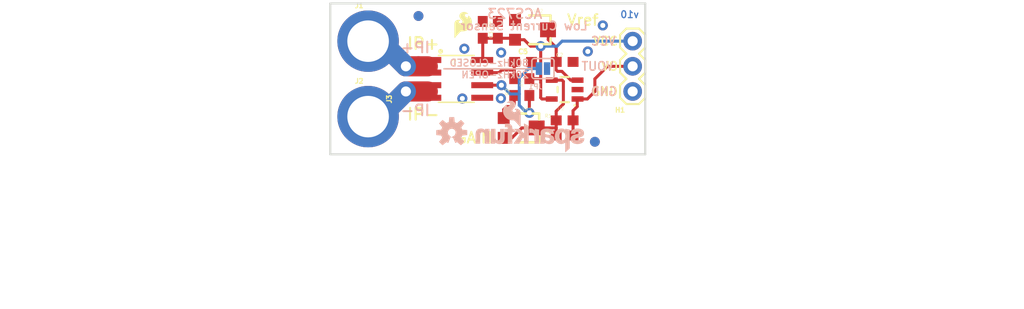
<source format=kicad_pcb>
(kicad_pcb (version 20211014) (generator pcbnew)
  (layers (0 "F.Cu" signal) (31 "B.Cu" signal) (34 "B.Paste" user) (35 "F.Paste" user) (36 "B.SilkS" user "B.Silkscreen") (37 "F.SilkS" user "F.Silkscreen") (38 "B.Mask" user) (39 "F.Mask" user) (44 "Edge.Cuts" user))
  (net 0 "")
  (net 1 "IP+")
  (net 2 "IP-")
  (net 3 "VIOUT")
  (net 4 "N$4")
  (net 5 "N$5")
  (net 6 "5V")
  (net 7 "VO")
  (net 8 "GND")
  (net 9 "N$6")
  (net 10 "BW_SEL")
  (footprint "boardEagle:SOT23-5" (layer "F.Cu") (at 156.2481 106.0831 90)
    (fp_text reference "U2" (at -1.905 0) (layer "F.SilkS") (effects (font (size 0.356616 0.356616) (thickness 0.024384)) (justify right)))
    (fp_text value "OPA344")
    (fp_line (start -0.2684 -0.7088) (end 0.2684 -0.7088) (layer "F.SilkS") (width 0.2032))
    (fp_line (start 1.27 -0.4294) (end 1.27 0.4294) (layer "F.SilkS") (width 0.2032))
    (fp_line (start -1.27 0.4294) (end -1.27 -0.4294) (layer "F.SilkS") (width 0.2032))
    (fp_circle (center -1.6002 1.016) (end -1.5367 1.016) (layer "F.SilkS") (width 0.127) (fill solid))
    (pad "1" smd rect (at -0.95 1.3001 90) (size 0.55 1.2) (layers "F.Cu" "F.Paste" "F.Mask") (net 7 "VO"))
    (pad "2" smd rect (at 0 1.3001 90) (size 0.55 1.2) (layers "F.Cu" "F.Paste" "F.Mask") (net 8 "GND"))
    (pad "3" smd rect (at 0.95 1.3001 90) (size 0.55 1.2) (layers "F.Cu" "F.Paste" "F.Mask") (net 9 "N$6"))
    (pad "4" smd rect (at 0.95 -1.3001 90) (size 0.55 1.2) (layers "F.Cu" "F.Paste" "F.Mask") (net 5 "N$5"))
    (pad "5" smd rect (at -0.95 -1.3001 90) (size 0.55 1.2) (layers "F.Cu" "F.Paste" "F.Mask") (net 6 "5V"))
  )
  (footprint "boardEagle:SFE_LOGO_FLAME_.1" (layer "F.Cu") (at 144.8562 101.1682)
    (fp_text reference "LOGO3" hide)
    (fp_text value "SFE_LOGO_FLAME.1_INCH" hide)
    (fp_poly (pts (xy 1.412844 -2.906175) (xy 1.560112 -2.832541) (xy 1.605026 -2.798855) (xy 1.681982 -2.7219) (xy 1.571006 -2.7219) (xy 1.551005 -2.7319) (xy 1.504689 -2.7319) (xy 1.468361 -2.722818) (xy 1.422477 -2.713641) (xy 1.39011 -2.697457) (xy 1.358081 -2.673436) (xy 1.343019 -2.650843) (xy 1.335288 -2.635381) (xy 1.3281 -2.613817) (xy 1.3281 -2.564689) (xy 1.335361 -2.535643) (xy 1.369607 -2.484275) (xy 1.425028 -2.428854) (xy 1.462016 -2.401113) (xy 1.489157 -2.383019) (xy 1.523301 -2.365947) (xy 1.594689 -2.3481) (xy 1.613817 -2.3481) (xy 1.629419 -2.353301) (xy 1.648687 -2.372569) (xy 1.654712 -2.384619) (xy 1.6619 -2.406183) (xy 1.6619 -2.558742) (xy 1.804838 -2.469406) (xy 1.890505 -2.373031) (xy 1.964662 -2.256498) (xy 2.016968 -2.099579) (xy 2.048309 -1.932428) (xy 2.037811 -1.753974) (xy 1.985628 -1.555678) (xy 1.881878 -1.368928) (xy 1.808618 -1.274737) (xy 1.726044 -1.192162) (xy 1.642524 -1.119083) (xy 1.536984 -1.055759) (xy 1.432127 -1.013816) (xy 1.318165 -0.982735) (xy 1.193153 -0.9619) (xy 1.003156 -0.9619) (xy 0.953397 -0.953607) (xy 0.863627 -0.899745) (xy 0.767974 -0.804092) (xy 0.647975 -0.664094) (xy 0.528159 -0.544277) (xy 0.478163 -0.484281) (xy 0.430255 -0.436373) (xy 0.400257 -0.386376) (xy 0.2819 -0.268018) (xy 0.2819 -1.732372) (xy 0.292559 -1.817641) (xy 0.314746 -1.895296) (xy 0.380852 -2.005474) (xy 0.436664 -2.050123) (xy 0.481171 -2.083503) (xy 0.539098 -2.106674) (xy 0.59313 -2.117481) (xy 0.656847 -2.1281) (xy 0.788994 -2.1281) (xy 0.884319 -2.080438) (xy 0.832569 -2.028687) (xy 0.784617 -2.004711) (xy 0.760581 -1.996699) (xy 0.713301 -1.949419) (xy 0.7081 -1.933817) (xy 0.7081 -1.906183) (xy 0.714532 -1.886888) (xy 0.729607 -1.864275) (xy 0.781412 -1.81247) (xy 0.820903 -1.796674) (xy 0.863772 -1.7881) (xy 0.935311 -1.7881) (xy 1.004357 -1.805361) (xy 1.053944 -1.83842) (xy 1.086004 -1.878495) (xy 1.1019 -1.926183) (xy 1.1019 -1.983091) (xy 1.077224 -2.048894) (xy 1.012268 -2.113851) (xy 0.931425 -2.204799) (xy 0.858661 -2.287958) (xy 0.804008 -2.386334) (xy 0.7819 -2.485818) (xy 0.7819 -2.576183) (xy 0.815289 -2.676349) (xy 0.871274 -2.765925) (xy 0.969046 -2.84197) (xy 1.087145 -2.906387) (xy 1.206565 -2.9281) (xy 1.314182 -2.9281)) (layer "F.SilkS") (width 0) (fill solid))
  )
  (footprint "boardEagle:0603" (layer "F.Cu") (at 147.9931 100.0506 -90)
    (fp_text reference "C4" (at -0.889 -0.6985 90) (layer "F.SilkS") (effects (font (size 0.367386 0.367386) (thickness 0.039014)) (justify right)))
    (fp_text value "0.1uF")
    (pad "1" smd rect (at -0.85 0 270) (size 1.1 1) (layers "F.Cu" "F.Paste" "F.Mask") (net 8 "GND"))
    (pad "2" smd rect (at 0.85 0 270) (size 1.1 1) (layers "F.Cu" "F.Paste" "F.Mask") (net 6 "5V"))
  )
  (footprint "boardEagle:FIDUCIAL-1X2" (layer "F.Cu") (at 141.5161 98.6536)
    (fp_text reference "FD1" hide)
    (fp_text value "FIDUCIAL1X2" hide)
    (pad "1" smd roundrect (at 0 0) (size 1 1) (layers "F.Cu" "F.Mask") (roundrect_rratio 0.5))
  )
  (footprint "boardEagle:1X03" (layer "F.Cu") (at 163.1061 101.1936 -90)
    (fp_text reference "JP3" hide)
    (fp_text value "")
    (fp_line (start 3.81 -0.635) (end 4.445 -1.27) (layer "F.SilkS") (width 0.2032))
    (fp_line (start -0.635 -1.27) (end -1.27 -0.635) (layer "F.SilkS") (width 0.2032))
    (fp_line (start 3.175 -1.27) (end 3.81 -0.635) (layer "F.SilkS") (width 0.2032))
    (fp_line (start 5.715 1.27) (end 4.445 1.27) (layer "F.SilkS") (width 0.2032))
    (fp_line (start 4.445 1.27) (end 3.81 0.635) (layer "F.SilkS") (width 0.2032))
    (fp_line (start -1.27 -0.635) (end -1.27 0.635) (layer "F.SilkS") (width 0.2032))
    (fp_line (start 5.715 -1.27) (end 6.35 -0.635) (layer "F.SilkS") (width 0.2032))
    (fp_line (start 6.35 -0.635) (end 6.35 0.635) (layer "F.SilkS") (width 0.2032))
    (fp_line (start -0.635 -1.27) (end 0.635 -1.27) (layer "F.SilkS") (width 0.2032))
    (fp_line (start 0.635 1.27) (end -0.635 1.27) (layer "F.SilkS") (width 0.2032))
    (fp_line (start 6.35 0.635) (end 5.715 1.27) (layer "F.SilkS") (width 0.2032))
    (fp_line (start 0.635 -1.27) (end 1.27 -0.635) (layer "F.SilkS") (width 0.2032))
    (fp_line (start 1.905 -1.27) (end 3.175 -1.27) (layer "F.SilkS") (width 0.2032))
    (fp_line (start -1.27 0.635) (end -0.635 1.27) (layer "F.SilkS") (width 0.2032))
    (fp_line (start 4.445 -1.27) (end 5.715 -1.27) (layer "F.SilkS") (width 0.2032))
    (fp_line (start 3.175 1.27) (end 1.905 1.27) (layer "F.SilkS") (width 0.2032))
    (fp_line (start 1.27 -0.635) (end 1.905 -1.27) (layer "F.SilkS") (width 0.2032))
    (fp_line (start 1.905 1.27) (end 1.27 0.635) (layer "F.SilkS") (width 0.2032))
    (fp_line (start 3.81 0.635) (end 3.175 1.27) (layer "F.SilkS") (width 0.2032))
    (fp_line (start 1.27 0.635) (end 0.635 1.27) (layer "F.SilkS") (width 0.2032))
    (pad "1" thru_hole circle (at 0 0) (size 1.8796 1.8796) (drill 1.016) (layers *.Cu *.Mask) (net 6 "5V"))
    (pad "2" thru_hole circle (at 2.54 0) (size 1.8796 1.8796) (drill 1.016) (layers *.Cu *.Mask) (net 7 "VO"))
    (pad "3" thru_hole circle (at 5.08 0) (size 1.8796 1.8796) (drill 1.016) (layers *.Cu *.Mask) (net 8 "GND"))
  )
  (footprint "boardEagle:SMTSO-256-ET-0.165DIA" (layer "F.Cu") (at 136.4361 101.1936)
    (fp_text reference "J1" (at -1.397 -3.302) (layer "F.SilkS") (effects (font (size 0.48768 0.48768) (thickness 0.12192)) (justify left bottom)))
    (fp_text value "")
    (pad "P$1" thru_hole circle (at 0 0) (size 6.1976 6.1976) (drill 4.191) (layers *.Cu *.Mask) (net 1 "IP+"))
  )
  (footprint "boardEagle:TRIMPOT-SMD-TC33X" (layer "F.Cu") (at 151.9301 109.9566 -90)
    (fp_text reference "VR1" (at -1.905 0) (layer "F.SilkS") (effects (font (size 0.356616 0.356616) (thickness 0.024384)) (justify left)))
    (fp_text value "10k")
    (fp_line (start -1.45 -1.75) (end -0.85 -1.75) (layer "F.SilkS") (width 0.254))
    (fp_line (start -1.45 0.4) (end -1.45 -1.75) (layer "F.SilkS") (width 0.254))
    (fp_line (start 1.45 -1.75) (end 0.85 -1.75) (layer "F.SilkS") (width 0.254))
    (fp_line (start 1.45 0.4) (end 1.45 -1.75) (layer "F.SilkS") (width 0.254))
    (pad "1" smd rect (at -1 1.825 270) (size 1.2 1.2) (layers "F.Cu" "F.Paste" "F.Mask") (net 4 "N$4"))
    (pad "2" smd rect (at 0 -1.5 270) (size 1.5 1.6) (layers "F.Cu" "F.Paste" "F.Mask") (net 5 "N$5"))
    (pad "3" smd rect (at 1 1.825 270) (size 1.2 1.2) (layers "F.Cu" "F.Paste" "F.Mask") (net 5 "N$5"))
  )
  (footprint "boardEagle:0603" (layer "F.Cu") (at 152.6921 105.8291 90)
    (fp_text reference "R5" (at 0 -0.762 90) (layer "F.SilkS") (effects (font (size 0.356616 0.356616) (thickness 0.024384)) (justify left)))
    (fp_text value "4.7k")
    (pad "1" smd rect (at -0.85 0 90) (size 1.1 1) (layers "F.Cu" "F.Paste" "F.Mask") (net 10 "BW_SEL"))
    (pad "2" smd rect (at 0.85 0 90) (size 1.1 1) (layers "F.Cu" "F.Paste" "F.Mask") (net 6 "5V"))
  )
  (footprint "boardEagle:0603" (layer "F.Cu") (at 152.0571 103.2891)
    (fp_text reference "C5" (at 0 -0.762) (layer "F.SilkS") (effects (font (size 0.48768 0.48768) (thickness 0.12192)) (justify bottom)))
    (fp_text value "1nF")
    (pad "1" smd rect (at -0.85 0) (size 1.1 1) (layers "F.Cu" "F.Paste" "F.Mask") (net 3 "VIOUT"))
    (pad "2" smd rect (at 0.85 0) (size 1.1 1) (layers "F.Cu" "F.Paste" "F.Mask") (net 8 "GND"))
  )
  (footprint "boardEagle:0603" (layer "F.Cu") (at 156.2481 110.7186 180)
    (fp_text reference "C1" (at 1.143 0.4445) (layer "F.SilkS") (effects (font (size 0.367386 0.367386) (thickness 0.039014)) (justify right)))
    (fp_text value "100pF")
    (pad "1" smd rect (at -0.85 0 180) (size 1.1 1) (layers "F.Cu" "F.Paste" "F.Mask") (net 7 "VO"))
    (pad "2" smd rect (at 0.85 0 180) (size 1.1 1) (layers "F.Cu" "F.Paste" "F.Mask") (net 5 "N$5"))
  )
  (footprint "boardEagle:SO08" (layer "F.Cu") (at 145.3261 105.0036 -90)
    (fp_text reference "U1" (at -1.27 0 -90) (layer "F.SilkS") (effects (font (size 0.373888 0.373888) (thickness 0.032512)) (justify left bottom)))
    (fp_text value "ACS723")
    (fp_line (start -2.362 -1.803) (end -2.362 1.803) (layer "F.SilkS") (width 0.1524))
    (fp_line (start 2.362 1.803) (end 2.362 -1.803) (layer "F.SilkS") (width 0.1524))
    (fp_circle (center -2.7813 1.5748) (end -2.6377 1.5748) (layer "F.SilkS") (width 0.2032) (fill none))
    (pad "1" smd rect (at -1.905 2.6162 270) (size 0.6096 2.2098) (layers "F.Cu" "F.Paste" "F.Mask") (net 1 "IP+"))
    (pad "2" smd rect (at -0.635 2.6162 270) (size 0.6096 2.2098) (layers "F.Cu" "F.Paste" "F.Mask") (net 1 "IP+"))
    (pad "3" smd rect (at 0.635 2.6162 270) (size 0.6096 2.2098) (layers "F.Cu" "F.Paste" "F.Mask") (net 2 "IP-"))
    (pad "4" smd rect (at 1.905 2.6162 270) (size 0.6096 2.2098) (layers "F.Cu" "F.Paste" "F.Mask") (net 2 "IP-"))
    (pad "5" smd rect (at 1.905 -2.6162 270) (size 0.6096 2.2098) (layers "F.Cu" "F.Paste" "F.Mask") (net 8 "GND"))
    (pad "6" smd rect (at 0.635 -2.6162 270) (size 0.6096 2.2098) (layers "F.Cu" "F.Paste" "F.Mask") (net 10 "BW_SEL"))
    (pad "7" smd rect (at -0.635 -2.6162 270) (size 0.6096 2.2098) (layers "F.Cu" "F.Paste" "F.Mask") (net 3 "VIOUT"))
    (pad "8" smd rect (at -1.905 -2.6162 270) (size 0.6096 2.2098) (layers "F.Cu" "F.Paste" "F.Mask") (net 6 "5V"))
  )
  (footprint "boardEagle:TRIMPOT-SMD-TC33X" (layer "F.Cu") (at 153.0731 100.0506 -90)
    (fp_text reference "VR2" (at -1.905 0) (layer "F.SilkS") (effects (font (size 0.356616 0.356616) (thickness 0.024384)) (justify left)))
    (fp_text value "10k")
    (fp_line (start 1.45 0.4) (end 1.45 -1.75) (layer "F.SilkS") (width 0.254))
    (fp_line (start -1.45 -1.75) (end -0.85 -1.75) (layer "F.SilkS") (width 0.254))
    (fp_line (start -1.45 0.4) (end -1.45 -1.75) (layer "F.SilkS") (width 0.254))
    (fp_line (start 1.45 -1.75) (end 0.85 -1.75) (layer "F.SilkS") (width 0.254))
    (pad "1" smd rect (at -1 1.825 270) (size 1.2 1.2) (layers "F.Cu" "F.Paste" "F.Mask") (net 8 "GND"))
    (pad "2" smd rect (at 0 -1.5 270) (size 1.5 1.6) (layers "F.Cu" "F.Paste" "F.Mask") (net 9 "N$6"))
    (pad "3" smd rect (at 1 1.825 270) (size 1.2 1.2) (layers "F.Cu" "F.Paste" "F.Mask") (net 6 "5V"))
  )
  (footprint "boardEagle:STAND-OFF-TIGHT" (layer "F.Cu") (at 161.8361 110.0836)
    (fp_text reference "H1" (at 0 -1.651) (layer "F.SilkS") (effects (font (size 0.48768 0.48768) (thickness 0.12192)) (justify bottom)))
    (fp_text value "STAND-OFFTIGHT")
    (pad "" np_thru_hole circle (at 0 0) (size 3.048 3.048) (drill 3.048) (layers *.Cu *.Mask))
  )
  (footprint "boardEagle:0603" (layer "F.Cu") (at 156.2481 103.2891)
    (fp_text reference "C2" (at -0.889 -0.6985) (layer "F.SilkS") (effects (font (size 0.367386 0.367386) (thickness 0.039014)) (justify left)))
    (fp_text value "0.1uF")
    (pad "1" smd rect (at -0.85 0) (size 1.1 1) (layers "F.Cu" "F.Paste" "F.Mask") (net 9 "N$6"))
    (pad "2" smd rect (at 0.85 0) (size 1.1 1) (layers "F.Cu" "F.Paste" "F.Mask") (net 8 "GND"))
  )
  (footprint "boardEagle:0603" (layer "F.Cu") (at 151.1681 105.8291 90)
    (fp_text reference "R2" (at -0.889 -0.6985 90) (layer "F.SilkS") (effects (font (size 0.367386 0.367386) (thickness 0.039014)) (justify left)))
    (fp_text value "1k")
    (pad "1" smd rect (at -0.85 0 90) (size 1.1 1) (layers "F.Cu" "F.Paste" "F.Mask") (net 4 "N$4"))
    (pad "2" smd rect (at 0.85 0 90) (size 1.1 1) (layers "F.Cu" "F.Paste" "F.Mask") (net 3 "VIOUT"))
  )
  (footprint "boardEagle:FIDUCIAL-1X2" (layer "F.Cu") (at 159.2961 111.3536)
    (fp_text reference "FD3" hide)
    (fp_text value "FIDUCIAL1X2" hide)
    (pad "1" smd roundrect (at 0 0) (size 1 1) (layers "F.Cu" "F.Mask") (roundrect_rratio 0.5))
  )
  (footprint "boardEagle:0603" (layer "F.Cu") (at 149.5171 100.0506 90)
    (fp_text reference "C3" (at -0.889 -0.6985 90) (layer "F.SilkS") (effects (font (size 0.367386 0.367386) (thickness 0.039014)) (justify left)))
    (fp_text value "0.1uF")
    (pad "1" smd rect (at -0.85 0 90) (size 1.1 1) (layers "F.Cu" "F.Paste" "F.Mask") (net 6 "5V"))
    (pad "2" smd rect (at 0.85 0 90) (size 1.1 1) (layers "F.Cu" "F.Paste" "F.Mask") (net 8 "GND"))
  )
  (footprint "boardEagle:SMTSO-256-ET-0.165DIA" (layer "F.Cu") (at 136.4361 108.8136)
    (fp_text reference "J2" (at -1.397 -3.302) (layer "F.SilkS") (effects (font (size 0.48768 0.48768) (thickness 0.12192)) (justify left bottom)))
    (fp_text value "")
    (pad "P$1" thru_hole circle (at 0 0) (size 6.1976 6.1976) (drill 4.191) (layers *.Cu *.Mask) (net 2 "IP-"))
  )
  (footprint "boardEagle:1X02_NO_SILK" (layer "F.Cu") (at 140.2461 106.2736 90)
    (fp_text reference "J3" (at -1.27 -1.397 90) (layer "F.SilkS") (effects (font (size 0.48768 0.48768) (thickness 0.12192)) (justify left bottom)))
    (fp_text value "")
    (pad "1" thru_hole circle (at 0 0 180) (size 1.8796 1.8796) (drill 1.016) (layers *.Cu *.Mask) (net 2 "IP-"))
    (pad "2" thru_hole circle (at 2.54 0 180) (size 1.8796 1.8796) (drill 1.016) (layers *.Cu *.Mask) (net 1 "IP+"))
  )
  (footprint "boardEagle:0603" (layer "F.Cu") (at 156.2481 109.1946 180)
    (fp_text reference "R1" (at 1.27 0.4445) (layer "F.SilkS") (effects (font (size 0.367386 0.367386) (thickness 0.039014)) (justify right)))
    (fp_text value "22k")
    (pad "1" smd rect (at -0.85 0 180) (size 1.1 1) (layers "F.Cu" "F.Paste" "F.Mask") (net 7 "VO"))
    (pad "2" smd rect (at 0.85 0 180) (size 1.1 1) (layers "F.Cu" "F.Paste" "F.Mask") (net 5 "N$5"))
  )
  (footprint "boardEagle:CREATIVE_COMMONS" (layer "F.Cu") (at 119.649644 125.3236)
    (fp_text reference "FRAME1" hide)
    (fp_text value "FRAME-LETTER" hide)
  )
  (footprint "boardEagle:SFE_LOGO_NAME_FLAME_.1" (layer "B.Cu") (at 158.6357 112.4458 180)
    (fp_text reference "LOGO1" hide)
    (fp_text value "SFE_LOGO_NAME_FLAME.1_INCH" hide)
    (fp_poly (pts (xy 10.956431 2.417738) (xy 11.074473 2.385544) (xy 11.173168 2.330714) (xy 11.250009 2.253873) (xy 11.305022 2.165852) (xy 11.337105 2.058909) (xy 11.357837 1.944882) (xy 11.3681 1.811463) (xy 11.3681 0.9019) (xy 10.9019 0.9019) (xy 10.9019 1.737626) (xy 10.892233 1.814962) (xy 10.882349 1.88415) (xy 10.873607 1.936603) (xy 10.848344 1.978708) (xy 10.823997 2.011171) (xy 10.786058 2.033934) (xy 10.743148 2.042516) (xy 10.689214 2.051505) (xy 10.615502 2.042291) (xy 10.563397 2.033607) (xy 10.525475 2.010854) (xy 10.491349 1.968197) (xy 10.464001 1.922616) (xy 10.437244 1.860183) (xy 10.4281 1.77789) (xy 10.4281 0.9019) (xy 9.9619 0.9019) (xy 9.9619 2.3981) (xy 10.4081 2.3981) (xy 10.4081 2.261981) (xy 10.434551 2.288433) (xy 10.48749 2.330784) (xy 10.553111 2.374531) (xy 10.617952 2.396145) (xy 10.680788 2.41709) (xy 10.746847 2.4281) (xy 10.811359 2.4281)) (layer "B.SilkS") (width 0) (fill solid))
    (fp_poly (pts (xy 4.323772 2.4181) (xy 4.383773 2.4181) (xy 4.440902 2.406674) (xy 4.490903 2.386674) (xy 4.540902 2.376674) (xy 4.598829 2.353503) (xy 4.64286 2.32048) (xy 4.68286 2.29048) (xy 4.727214 2.257214) (xy 4.762541 2.210112) (xy 4.784786 2.165621) (xy 4.806674 2.110902) (xy 4.8181 2.053773) (xy 4.8181 1.188995) (xy 4.8281 1.168994) (xy 4.8281 1.078995) (xy 4.8381 1.058994) (xy 4.8381 1.038995) (xy 4.8481 1.018994) (xy 4.8481 0.988995) (xy 4.851313 0.982569) (xy 4.8681 0.965782) (xy 4.8681 0.9019) (xy 4.4019 0.9019) (xy 4.4019 0.934218) (xy 4.3919 0.944218) (xy 4.3919 0.954218) (xy 4.3819 0.964218) (xy 4.3819 0.994218) (xy 4.38 0.996118) (xy 4.364273 0.980392) (xy 4.326889 0.955469) (xy 4.296888 0.945468) (xy 4.266889 0.925469) (xy 4.232048 0.913855) (xy 4.136183 0.8819) (xy 4.106183 0.8819) (xy 4.076183 0.8719) (xy 4.036183 0.8719) (xy 4.006183 0.8619) (xy 3.886227 0.8619) (xy 3.836228 0.8719) (xy 3.78531 0.8719) (xy 3.738251 0.883665) (xy 3.684379 0.905214) (xy 3.64084 0.926983) (xy 3.610843 0.946981) (xy 3.567431 0.968687) (xy 3.530392 1.005727) (xy 3.508887 1.037984) (xy 3.478885 1.077986) (xy 3.454118 1.115137) (xy 3.443641 1.167523) (xy 3.4219 1.211006) (xy 3.4219 1.266228) (xy 3.411214 1.31966) (xy 3.432999 1.43948) (xy 3.465048 1.535627) (xy 3.510194 1.614633) (xy 3.587954 1.681284) (xy 3.663755 1.724599) (xy 3.748654 1.756436) (xy 3.833246 1.777584) (xy 3.955105 1.791124) (xy 4.059753 1.516423) (xy 3.994619 1.494712) (xy 3.982569 1.488687) (xy 3.972569 1.478687) (xy 3.932569 1.458687) (xy 3.922569 1.448687) (xy 3.908398 1.441602) (xy 3.8881 1.401005) (xy 3.8881 1.381006) (xy 3.8781 1.361005) (xy 3.8781 1.326183) (xy 3.8881 1.296183) (xy 3.8881 1.278995) (xy 3.891313 1.272569) (xy 3.901313 1.262569) (xy 3.908398 1.248398) (xy 3.922569 1.241313) (xy 3.932569 1.231313) (xy 3.958995 1.2181) (xy 3.978994 1.2181) (xy 3.998995 1.2081) (xy 4.018994 1.2081) (xy 4.038995 1.1981) (xy 4.076228 1.1981) (xy 4.126227 1.2081) (xy 4.171005 1.2081) (xy 4.206702 1.225948) (xy 4.244357 1.235361) (xy 4.265725 1.249607) (xy 4.280393 1.264275) (xy 4.300392 1.294273) (xy 4.316699 1.310581) (xy 4.323855 1.332048) (xy 4.334711 1.364617) (xy 4.344712 1.384619) (xy 4.3519 1.406183) (xy 4.3519 1.568353) (xy 4.347039 1.565922) (xy 4.318994 1.5519) (xy 4.298995 1.5519) (xy 4.278994 1.5419) (xy 4.200252 1.5419) (xy 4.1341 1.80651) (xy 4.238735 1.836406) (xy 4.293987 1.854823) (xy 4.333997 1.878829) (xy 4.3519 1.9027) (xy 4.3519 1.991005) (xy 4.328687 2.037431) (xy 4.318687 2.047431) (xy 4.311602 2.061602) (xy 4.271005 2.0819) (xy 4.251006 2.0819) (xy 4.231005 2.0919) (xy 4.068995 2.0919) (xy 3.982569 2.048687) (xy 3.951313 2.017431) (xy 3.945288 2.005381) (xy 3.935289 1.975383) (xy 3.9281 1.961005) (xy 3.9281 1.8819) (xy 3.455024 1.8819) (xy 3.472418 1.986264) (xy 3.48291 2.049212) (xy 3.50581 2.117914) (xy 3.538344 2.161292) (xy 3.568341 2.211288) (xy 3.602786 2.257214) (xy 3.648712 2.291659) (xy 3.700398 2.32267) (xy 3.753016 2.354241) (xy 3.809098 2.376674) (xy 3.860201 2.386895) (xy 3.920788 2.40709) (xy 3.983148 2.417484) (xy 4.036227 2.4281) (xy 4.273773 2.4281)) (layer "B.SilkS") (width 0) (fill solid))
    (fp_poly (pts (xy 5.915782 2.4181) (xy 5.9481 2.4181) (xy 5.9481 1.9819) (xy 5.891006 1.9819) (xy 5.871005 1.9919) (xy 5.771901 1.9919) (xy 5.676548 1.982365) (xy 5.604341 1.964313) (xy 5.544869 1.930329) (xy 5.501417 1.878186) (xy 5.465367 1.8151) (xy 5.446948 1.75063) (xy 5.4281 1.665817) (xy 5.4281 0.9019) (xy 4.9619 0.9019) (xy 4.9619 2.321235) (xy 5.041643 2.337183) (xy 5.08531 2.3481) (xy 5.136228 2.3481) (xy 5.181643 2.357183) (xy 5.221639 2.367182) (xy 5.272528 2.37736) (xy 5.321643 2.387183) (xy 5.4081 2.408798) (xy 5.4081 2.218614) (xy 5.420487 2.234098) (xy 5.473194 2.297347) (xy 5.528518 2.341606) (xy 5.604373 2.384952) (xy 5.668737 2.406407) (xy 5.744664 2.4281) (xy 5.905782 2.4281)) (layer "B.SilkS") (width 0) (fill solid))
    (fp_poly (pts (xy 4.274375 1.55959) (xy 4.218994 1.5319) (xy 4.196183 1.5319) (xy 4.166183 1.5219) (xy 4.126183 1.5219) (xy 4.096183 1.5119) (xy 4.058995 1.5119) (xy 4.038994 1.5019) (xy 3.983743 1.5019) (xy 3.876874 1.782432) (xy 4.015793 1.797867) (xy 4.105203 1.807801) (xy 4.208628 1.822577)) (layer "B.SilkS") (width 0) (fill solid))
    (fp_poly (pts (xy 6.4881 1.944647) (xy 6.92377 2.3981) (xy 7.493235 2.3981) (xy 6.919019 1.834719) (xy 7.530534 0.9019) (xy 6.968776 0.9019) (xy 6.592048 1.510462) (xy 6.4881 1.413444) (xy 6.4881 0.9019) (xy 6.0219 0.9019) (xy 6.0219 2.702757) (xy 6.4881 2.953788)) (layer "B.SilkS") (width 0) (fill solid))
    (fp_poly (pts (xy 8.8881 1.562374) (xy 8.907709 1.405502) (xy 8.916055 1.355427) (xy 8.966003 1.288829) (xy 9.003942 1.266066) (xy 9.046852 1.257484) (xy 9.100786 1.248495) (xy 9.174498 1.257709) (xy 9.226603 1.266393) (xy 9.266373 1.290255) (xy 9.298687 1.322569) (xy 9.325428 1.376051) (xy 9.352861 1.440061) (xy 9.3619 1.512374) (xy 9.3619 2.3981) (xy 9.8281 2.3981) (xy 9.8281 0.9019) (xy 9.3819 0.9019) (xy 9.3819 1.033885) (xy 9.357107 1.002893) (xy 9.300649 0.957727) (xy 9.235621 0.925214) (xy 9.18311 0.904209) (xy 9.118789 0.882769) (xy 9.04585 0.872349) (xy 8.9818 0.861674) (xy 8.831979 0.872376) (xy 8.714139 0.915227) (xy 8.61813 0.968565) (xy 8.540015 1.035521) (xy 8.484692 1.135102) (xy 8.452895 1.241091) (xy 8.4319 1.356565) (xy 8.4319 2.3981) (xy 8.8881 2.3981)) (layer "B.SilkS") (width 0) (fill solid))
    (fp_poly (pts (xy 7.962717 5.195922) (xy 8.04525 5.164972) (xy 8.110112 5.132541) (xy 8.155026 5.098855) (xy 8.231982 5.0219) (xy 8.103817 5.0219) (xy 8.073817 5.0319) (xy 8.054689 5.0319) (xy 8.018361 5.022818) (xy 7.972477 5.013641) (xy 7.94011 4.997458) (xy 7.908081 4.973435) (xy 7.894532 4.953112) (xy 7.885289 4.925383) (xy 7.875288 4.905381) (xy 7.870161 4.89) (xy 7.876608 4.87066) (xy 7.885362 4.835643) (xy 7.903017 4.80916) (xy 7.921313 4.772569) (xy 7.944275 4.749607) (xy 7.972014 4.731115) (xy 8.012016 4.701113) (xy 8.039157 4.683019) (xy 8.108995 4.6481) (xy 8.163817 4.6481) (xy 8.183112 4.654532) (xy 8.197989 4.66445) (xy 8.2119 4.706183) (xy 8.2119 4.841647) (xy 8.353602 4.770796) (xy 8.440998 4.672476) (xy 8.514691 4.546144) (xy 8.566893 4.39998) (xy 8.598297 4.23249) (xy 8.587813 4.043773) (xy 8.5355 3.855448) (xy 8.431878 3.668928) (xy 8.358618 3.574737) (xy 8.276044 3.492162) (xy 8.192524 3.419083) (xy 8.086984 3.355759) (xy 7.982127 3.313816) (xy 7.868165 3.282735) (xy 7.743153 3.2619) (xy 7.553156 3.2619) (xy 7.503397 3.253607) (xy 7.461803 3.228651) (xy 7.366805 3.152652) (xy 7.318163 3.094281) (xy 7.189168 2.965286) (xy 7.13917 2.895289) (xy 7.078159 2.834277) (xy 7.028163 2.774281) (xy 6.978854 2.724972) (xy 6.948855 2.684974) (xy 6.919607 2.655725) (xy 6.890391 2.6119) (xy 6.8219 2.6119) (xy 6.8219 3.93211) (xy 6.832133 4.024207) (xy 6.842579 4.118219) (xy 6.864711 4.184617) (xy 6.896577 4.248348) (xy 6.93223 4.30777) (xy 6.988708 4.341656) (xy 7.031171 4.373503) (xy 7.08585 4.395375) (xy 7.139674 4.416905) (xy 7.206847 4.4281) (xy 7.29469 4.4281) (xy 7.334689 4.4181) (xy 7.358994 4.4181) (xy 7.434319 4.380438) (xy 7.382569 4.328687) (xy 7.334617 4.304711) (xy 7.310581 4.296699) (xy 7.279607 4.265725) (xy 7.264532 4.243112) (xy 7.2581 4.223817) (xy 7.2581 4.206183) (xy 7.265288 4.184619) (xy 7.281313 4.152569) (xy 7.304275 4.129607) (xy 7.327833 4.113902) (xy 7.370903 4.096674) (xy 7.413772 4.0881) (xy 7.485311 4.0881) (xy 7.554357 4.105361) (xy 7.603944 4.13842) (xy 7.636004 4.178495) (xy 7.6519 4.226183) (xy 7.6519 4.282181) (xy 7.627357 4.339448) (xy 7.561404 4.414823) (xy 7.481425 4.504799) (xy 7.408661 4.587958) (xy 7.354008 4.686334) (xy 7.3319 4.785818) (xy 7.3319 4.876183) (xy 7.365667 4.977483) (xy 7.421486 5.055631) (xy 7.517938 5.141365) (xy 7.637145 5.206387) (xy 7.756565 5.2281) (xy 7.866183 5.2281)) (layer "B.SilkS") (width 0) (fill solid))
    (fp_poly (pts (xy 2.857823 2.417663) (xy 3.006845 2.364441) (xy 3.124841 2.289352) (xy 3.220441 2.18313) (xy 3.294903 2.066118) (xy 3.336905 1.929612) (xy 3.367832 1.785286) (xy 3.380795 1.590841) (xy 2.9119 1.602864) (xy 2.9119 1.727626) (xy 2.90275 1.800824) (xy 2.874631 1.875809) (xy 2.847172 1.93988) (xy 2.804269 1.991364) (xy 2.751775 2.02636) (xy 2.690183 2.052756) (xy 2.610264 2.061636) (xy 2.539176 2.05275) (xy 2.469061 2.026457) (xy 2.426805 1.992652) (xy 2.382828 1.93988) (xy 2.355369 1.875809) (xy 2.32725 1.800824) (xy 2.3181 1.727626) (xy 2.3181 1.564689) (xy 2.356222 1.412201) (xy 2.382128 1.351754) (xy 2.425723 1.308159) (xy 2.478207 1.264423) (xy 2.537389 1.247513) (xy 2.619736 1.238364) (xy 2.692996 1.247521) (xy 2.762304 1.264848) (xy 2.812652 1.306805) (xy 2.847019 1.349764) (xy 2.890523 1.451274) (xy 3.302811 1.257255) (xy 3.22082 1.106939) (xy 3.124827 1.010945) (xy 3.007641 0.92572) (xy 2.878619 0.882712) (xy 2.719372 0.861479) (xy 2.653736 0.872418) (xy 2.593736 0.882418) (xy 2.528085 0.89336) (xy 2.461652 0.926577) (xy 2.410398 0.95733) (xy 2.354526 0.990852) (xy 2.3281 1.023885) (xy 2.3281 0.008018) (xy 2.174549 0.161569) (xy 2.076199 0.240249) (xy 2.024551 0.281567) (xy 1.934549 0.371569) (xy 1.8719 0.421688) (xy 1.8719 2.319748) (xy 1.941639 2.337182) (xy 1.996227 2.3481) (xy 2.045311 2.3481) (xy 2.081639 2.357182) (xy 2.131643 2.367183) (xy 2.171639 2.377182) (xy 2.222528 2.38736) (xy 2.3181 2.406475) (xy 2.3181 2.281982) (xy 2.334551 2.298433) (xy 2.3882 2.341352) (xy 2.440398 2.37267) (xy 2.496601 2.406392) (xy 2.563736 2.417582) (xy 2.626847 2.4281) (xy 2.701269 2.4281)) (layer "B.SilkS") (width 0) (fill solid))
    (fp_poly (pts (xy 8.4081 2.903547) (xy 8.4081 2.5619) (xy 8.204689 2.5619) (xy 8.173301 2.554053) (xy 8.146088 2.540446) (xy 8.133019 2.520843) (xy 8.1281 2.511005) (xy 8.1281 2.47531) (xy 8.1181 2.435311) (xy 8.1181 2.3981) (xy 8.3881 2.3981) (xy 8.3881 2.0619) (xy 8.1181 2.0619) (xy 8.1181 0.9019) (xy 7.6619 0.9019) (xy 7.6619 2.0619) (xy 7.1957 2.0619) (xy 7.324972 2.158854) (xy 7.453059 2.286941) (xy 7.484974 2.318855) (xy 7.522786 2.347214) (xy 7.56095 2.3981) (xy 7.6619 2.3981) (xy 7.6619 2.566909) (xy 7.694634 2.654201) (xy 7.727171 2.730119) (xy 7.783868 2.798155) (xy 7.860287 2.852741) (xy 7.945902 2.895548) (xy 8.054408 2.9281) (xy 8.358994 2.9281)) (layer "B.SilkS") (width 0) (fill solid))
    (fp_poly (pts (xy 3.380845 1.667065) (xy 3.367792 1.484325) (xy 3.336403 1.348307) (xy 3.26984 1.188556) (xy 2.861991 1.380485) (xy 2.90275 1.489176) (xy 2.9119 1.562374) (xy 2.9119 1.679089)) (layer "B.SilkS") (width 0) (fill solid))
    (fp_poly (pts (xy 1.318909 2.407105) (xy 1.423264 2.375798) (xy 1.519412 2.333066) (xy 1.607214 2.267214) (xy 1.672541 2.180112) (xy 1.72664 2.071915) (xy 1.754976 1.9019) (xy 1.308765 1.9019) (xy 1.293326 1.979097) (xy 1.276098 2.022167) (xy 1.262526 2.042526) (xy 1.240843 2.056981) (xy 1.204375 2.075215) (xy 1.162662 2.0919) (xy 1.006183 2.0919) (xy 0.98066 2.083392) (xy 0.940665 2.073394) (xy 0.92445 2.067989) (xy 0.8981 2.028465) (xy 0.8981 2.004689) (xy 0.905096 1.976706) (xy 0.927214 1.947214) (xy 0.96011 1.922542) (xy 1.014619 1.895288) (xy 1.068469 1.877338) (xy 1.147009 1.86752) (xy 1.388733 1.807089) (xy 1.483895 1.785942) (xy 1.558903 1.74308) (xy 1.631815 1.701416) (xy 1.698636 1.645732) (xy 1.743641 1.578224) (xy 1.777243 1.499819) (xy 1.788424 1.399193) (xy 1.767087 1.260502) (xy 1.723873 1.141664) (xy 1.658089 1.053951) (xy 1.571411 0.978108) (xy 1.463664 0.924235) (xy 1.348165 0.892735) (xy 1.224722 0.872161) (xy 1.1 0.861768) (xy 0.975278 0.872161) (xy 0.851835 0.892735) (xy 0.736336 0.924235) (xy 0.628589 0.978108) (xy 0.542165 1.053729) (xy 0.466623 1.150855) (xy 0.423006 1.259898) (xy 0.39559 1.4381) (xy 0.8481 1.4381) (xy 0.8481 1.347338) (xy 0.863504 1.308829) (xy 0.887214 1.277214) (xy 0.955427 1.226055) (xy 1.00687 1.217481) (xy 1.056852 1.207484) (xy 1.108449 1.198885) (xy 1.14531 1.2081) (xy 1.185311 1.2081) (xy 1.216699 1.215947) (xy 1.24989 1.232542) (xy 1.284972 1.258854) (xy 1.305598 1.27948) (xy 1.320728 1.34) (xy 1.314053 1.366699) (xy 1.299944 1.394917) (xy 1.268708 1.418344) (xy 1.223987 1.445177) (xy 1.169335 1.463394) (xy 1.011643 1.502817) (xy 0.912131 1.522719) (xy 0.819125 1.543387) (xy 0.735799 1.574634) (xy 0.662989 1.605839) (xy 0.589958 1.647571) (xy 0.522526 1.692526) (xy 0.476359 1.761776) (xy 0.442757 1.840181) (xy 0.431724 1.939473) (xy 0.442506 2.068851) (xy 0.487042 2.180192) (xy 0.563128 2.267148) (xy 0.638766 2.33198) (xy 0.747525 2.386359) (xy 0.852856 2.407426) (xy 0.966565 2.4281) (xy 1.203435 2.4281)) (layer "B.SilkS") (width 0) (fill solid))
  )
  (footprint "boardEagle:SMT-JUMPER_2_NO_SILK" (layer "B.Cu") (at 154.0637 103.9622 180)
    (fp_text reference "JP1" (at 0 -1.8288) (layer "B.SilkS") (effects (font (size 0.512064 0.512064) (thickness 0.097536)) (justify left mirror)))
    (fp_text value "JUMPER-SMT_2_NO_SILK")
    (fp_line (start 0.8636 -1.016) (end -0.8636 -1.016) (layer "B.SilkS") (width 0.1524))
    (fp_line (start -1.1176 -0.762) (end -1.1176 0.762) (layer "B.SilkS") (width 0.1524))
    (fp_line (start -0.8636 1.016) (end 0.8636 1.016) (layer "B.SilkS") (width 0.1524))
    (fp_line (start 1.1176 -0.762) (end 1.1176 0.762) (layer "B.SilkS") (width 0.1524))
    (fp_arc (start 0.8636 -1.016) (mid 1.043205 -0.941605) (end 1.1176 -0.762) (layer "B.SilkS") (width 0.1524))
    (fp_arc (start -0.8636 1.016) (mid -1.043205 0.941605) (end -1.1176 0.762) (layer "B.SilkS") (width 0.1524))
    (fp_arc (start -1.1176 -0.762) (mid -1.043205 -0.941605) (end -0.8636 -1.016) (layer "B.SilkS") (width 0.1524))
    (fp_arc (start 1.1176 0.762) (mid 1.043205 0.941605) (end 0.8636 1.016) (layer "B.SilkS") (width 0.1524))
    (pad "1" smd rect (at -0.4064 0 180) (size 0.635 1.27) (layers "B.Cu" "B.Mask") (net 8 "GND"))
    (pad "2" smd rect (at 0.4064 0 180) (size 0.635 1.27) (layers "B.Cu" "B.Mask") (net 10 "BW_SEL"))
  )
  (footprint "boardEagle:FIDUCIAL-1X2" (layer "B.Cu") (at 159.2961 111.3536 180)
    (fp_text reference "FD4" hide)
    (fp_text value "FIDUCIAL1X2" hide)
    (pad "1" smd roundrect (at 0 0 180) (size 1 1) (layers "B.Cu" "B.Mask") (roundrect_rratio 0.5))
  )
  (footprint "boardEagle:FIDUCIAL-1X2" (layer "B.Cu") (at 141.5161 98.6536 180)
    (fp_text reference "FD2" hide)
    (fp_text value "FIDUCIAL1X2" hide)
    (pad "1" smd roundrect (at 0 0 180) (size 1 1) (layers "B.Cu" "B.Mask") (roundrect_rratio 0.5))
  )
  (footprint "boardEagle:OSHW-LOGO-S" (layer "B.Cu") (at 144.8689 110.4265 180)
    (fp_text reference "LOGO2" hide)
    (fp_text value "OSHW-LOGOS" hide)
    (fp_poly (pts (xy 0.301647 1.061351) (xy 0.42347 1.022344) (xy 0.537177 0.963769) (xy 0.92862 1.282946) (xy 1.282946 0.92862) (xy 0.961035 0.533823) (xy 1.057046 0.302084) (xy 1.5638 0.250561) (xy 1.5638 -0.250561) (xy 1.057046 -0.302084) (xy 0.961035 -0.533823) (xy 1.282946 -0.92862) (xy 0.92862 -1.282946) (xy 0.537177 -0.96377) (xy 0.356601 -1.056794) (xy 0.088679 -0.410073) (xy 0.326262 -0.2176) (xy 0.373649 -0.121468) (xy 0.392729 -0.010339) (xy 0.379464 0.101634) (xy 0.334947 0.205229) (xy 0.262842 0.291918) (xy 0.169087 0.354561) (xy 0.061406 0.387999) (xy -0.051342 0.38948) (xy -0.159868 0.358881) (xy -0.255234 0.298724) (xy -0.329589 0.213962) (xy -0.376813 0.111569) (xy -0.392176 0.005767) (xy -0.322923 -0.222565) (xy -0.249312 -0.303773) (xy 0.091677 -0.5081) (xy -0.12929 -0.5081) (xy -0.355332 -1.053732) (xy -0.506597 -0.983577) (xy -0.538922 -0.965192) (xy -0.92862 -1.282946) (xy -1.282946 -0.92862) (xy -0.961035 -0.533823) (xy -1.057046 -0.302084) (xy -1.5638 -0.250561) (xy -1.5638 0.250561) (xy -1.057046 0.302084) (xy -0.961035 0.533823) (xy -1.282946 0.92862) (xy -0.92862 1.282946) (xy -0.533823 0.961035) (xy -0.302084 1.057046) (xy -0.250561 1.5638) (xy 0.250561 1.5638)) (layer "B.SilkS") (width 0) (fill solid))
  )
  (gr_line (start 152.908 103.9876) (end 144.0815 103.9876) (layer "B.SilkS") (width 0.1524))
  (gr_line (start 132.6261 97.3836) (end 164.3761 97.3836) (layer "Edge.Cuts") (width 0.2032))
  (gr_line (start 164.3761 112.6236) (end 132.6261 112.6236) (layer "Edge.Cuts") (width 0.2032))
  (gr_line (start 164.3761 97.3836) (end 164.3761 112.6236) (layer "Edge.Cuts") (width 0.2032))
  (gr_line (start 132.6261 112.6236) (end 132.6261 97.3836) (layer "Edge.Cuts") (width 0.2032))
  (gr_text "v10" (at 163.8046 98.9076) (layer "B.Cu") (effects (font (size 0.69088 0.69088) (thickness 0.12192)) (justify left bottom mirror)))
  (gr_text "ACS723" (at 154.0891 99.0092) (layer "B.SilkS") (effects (font (size 0.97155 0.97155) (thickness 0.17145)) (justify left bottom mirror)))
  (gr_text "VCC" (at 158.8135 100.6856) (layer "B.SilkS") (effects (font (size 0.8636 0.8636) (thickness 0.1524)) (justify right top mirror)))
  (gr_text "20kHz-OPEN" (at 152.7048 104.9909) (layer "B.SilkS") (effects (font (size 0.69088 0.69088) (thickness 0.12192)) (justify left bottom mirror)))
  (gr_text "IP+" (at 142.7861 102.4636) (layer "B.SilkS") (effects (font (size 1.0795 1.0795) (thickness 0.1905)) (justify left bottom mirror)))
  (gr_text "80kHz-CLOSED" (at 152.7048 103.7971) (layer "B.SilkS") (effects (font (size 0.69088 0.69088) (thickness 0.12192)) (justify left bottom mirror)))
  (gr_text "GND" (at 158.8008 105.7656) (layer "B.SilkS") (effects (font (size 0.8636 0.8636) (thickness 0.1524)) (justify right top mirror)))
  (gr_text "IP-" (at 142.7861 108.8136) (layer "B.SilkS") (effects (font (size 1.0795 1.0795) (thickness 0.1905)) (justify left bottom mirror)))
  (gr_text "Low Current Sensor" (at 158.6611 100.1522) (layer "B.SilkS") (effects (font (size 0.8636 0.8636) (thickness 0.1524)) (justify left bottom mirror)))
  (gr_text "VOUT" (at 157.861 103.2256) (layer "B.SilkS") (effects (font (size 0.8636 0.8636) (thickness 0.1524)) (justify right top mirror)))
  (gr_text "GND" (at 161.7091 105.7656) (layer "F.SilkS") (effects (font (size 0.8636 0.8636) (thickness 0.1524)) (justify right top)))
  (gr_text "IP+" (at 140.2461 102.1334) (layer "F.SilkS") (effects (font (size 1.18745 1.18745) (thickness 0.20955)) (justify left bottom)))
  (gr_text "Vref" (at 159.7787 98.425) (layer "F.SilkS") (effects (font (size 1.0795 1.0795) (thickness 0.1905)) (justify right top)))
  (gr_text "IP-" (at 140.2461 109.2708) (layer "F.SilkS") (effects (font (size 1.18745 1.18745) (thickness 0.20955)) (justify left bottom)))
  (gr_text "VO" (at 161.7091 103.2256) (layer "F.SilkS") (effects (font (size 0.8636 0.8636) (thickness 0.1524)) (justify right top)))
  (gr_text "GAIN" (at 145.1737 111.5822) (layer "F.SilkS") (effects (font (size 1.0795 1.0795) (thickness 0.1905)) (justify left bottom)))
  (gr_text "VCC" (at 161.7091 100.6856) (layer "F.SilkS") (effects (font (size 0.8636 0.8636) (thickness 0.1524)) (justify right top)))
  (segment (start 142.7099 103.4796) (end 142.4559 103.7336) (width 0.254) (layer "F.Cu") (net 1))
  (segment (start 140.2461 103.7336) (end 141.5161 103.7336) (width 2.032) (layer "F.Cu") (net 1))
  (segment (start 142.1511 104.3686) (end 141.5161 103.7336) (width 0.254) (layer "F.Cu") (net 1))
  (segment (start 137.7061 101.1936) (end 136.4361 101.1936) (width 2.032) (layer "F.Cu") (net 1))
  (segment (start 141.5161 103.7336) (end 142.4559 103.7336) (width 2.032) (layer "F.Cu") (net 1))
  (segment (start 140.2461 103.7336) (end 137.7061 101.1936) (width 2.032) (layer "F.Cu") (net 1))
  (segment (start 142.7099 103.0986) (end 142.7099 103.4796) (width 0.254) (layer "F.Cu") (net 1))
  (segment (start 142.7099 104.3686) (end 142.1511 104.3686) (width 0.254) (layer "F.Cu") (net 1))
  (segment (start 137.7061 101.1936) (end 136.4361 101.1936) (width 2.032) (layer "B.Cu") (net 1))
  (segment (start 140.2461 103.7336) (end 137.7061 101.1936) (width 2.032) (layer "B.Cu") (net 1))
  (segment (start 142.4559 106.2736) (end 142.4559 105.8926) (width 0.254) (layer "F.Cu") (net 2))
  (segment (start 142.4559 105.8926) (end 142.7099 105.6386) (width 0.254) (layer "F.Cu") (net 2))
  (segment (start 140.2461 106.2736) (end 142.4559 106.2736) (width 2.032) (layer "F.Cu") (net 2))
  (segment (start 140.2461 106.2736) (end 137.7061 108.8136) (width 2.032) (layer "F.Cu") (net 2))
  (segment (start 142.4559 106.6546) (end 142.7099 106.9086) (width 0.254) (layer "F.Cu") (net 2))
  (segment (start 142.4559 106.2736) (end 142.4559 106.6546) (width 0.254) (layer "F.Cu") (net 2))
  (segment (start 137.7061 108.8136) (end 136.4361 108.8136) (width 2.032) (layer "F.Cu") (net 2))
  (segment (start 137.7061 108.8136) (end 140.2461 106.2736) (width 2.032) (layer "B.Cu") (net 2))
  (segment (start 136.4361 108.8136) (end 137.7061 108.8136) (width 2.032) (layer "B.Cu") (net 2))
  (segment (start 149.6441 104.3686) (end 149.8981 104.1146) (width 0.3048) (layer "F.Cu") (net 3))
  (segment (start 149.8981 104.1146) (end 151.1681 104.1146) (width 0.3048) (layer "F.Cu") (net 3))
  (segment (start 147.9423 104.3686) (end 149.6441 104.3686) (width 0.3048) (layer "F.Cu") (net 3))
  (segment (start 151.1681 104.1146) (end 151.1681 104.9791) (width 0.3048) (layer "F.Cu") (net 3))
  (segment (start 151.2071 103.2891) (end 151.2071 103.6946) (width 0.3048) (layer "F.Cu") (net 3))
  (segment (start 151.2071 103.6946) (end 151.1681 103.7336) (width 0.3048) (layer "F.Cu") (net 3))
  (segment (start 151.1681 103.7336) (end 151.1681 103.3281) (width 0.3048) (layer "F.Cu") (net 3))
  (segment (start 151.1681 104.1146) (end 151.1681 103.7336) (width 0.3048) (layer "F.Cu") (net 3))
  (segment (start 150.4061 107.7976) (end 150.9141 107.7976) (width 0.3048) (layer "F.Cu") (net 4))
  (segment (start 151.1681 107.5436) (end 151.1681 106.6791) (width 0.3048) (layer "F.Cu") (net 4))
  (segment (start 150.9141 107.7976) (end 151.1681 107.5436) (width 0.3048) (layer "F.Cu") (net 4))
  (segment (start 150.1051 108.0986) (end 150.4061 107.7976) (width 0.3048) (layer "F.Cu") (net 4))
  (segment (start 150.1051 108.9566) (end 150.1051 108.0986) (width 0.3048) (layer "F.Cu") (net 4))
  (segment (start 154.948 105.1331) (end 155.9966 105.1331) (width 0.3048) (layer "F.Cu") (net 5))
  (segment (start 155.3981 109.1946) (end 155.3981 108.2666) (width 0.3048) (layer "F.Cu") (net 5))
  (segment (start 155.3981 109.9566) (end 155.3981 110.7186) (width 0.3048) (layer "F.Cu") (net 5))
  (segment (start 156.1211 107.5436) (end 156.1211 105.2576) (width 0.3048) (layer "F.Cu") (net 5))
  (segment (start 153.4301 109.9566) (end 155.3981 109.9566) (width 0.3048) (layer "F.Cu") (net 5))
  (segment (start 150.9301 110.9566) (end 151.9301 109.9566) (width 0.3048) (layer "F.Cu") (net 5))
  (segment (start 151.9301 109.9566) (end 153.4301 109.9566) (width 0.3048) (layer "F.Cu") (net 5))
  (segment (start 155.9966 105.1331) (end 156.1211 105.2576) (width 0.3048) (layer "F.Cu") (net 5))
  (segment (start 150.1051 110.9566) (end 150.9301 110.9566) (width 0.3048) (layer "F.Cu") (net 5))
  (segment (start 155.3981 108.2666) (end 156.1211 107.5436) (width 0.3048) (layer "F.Cu") (net 5))
  (segment (start 155.3981 109.1946) (end 155.3981 109.9566) (width 0.3048) (layer "F.Cu") (net 5))
  (segment (start 151.0981 100.9006) (end 151.2481 101.0506) (width 0.3048) (layer "F.Cu") (net 6))
  (segment (start 154.948 107.0331) (end 153.9596 107.0331) (width 0.3048) (layer "F.Cu") (net 6))
  (segment (start 153.8106 104.9791) (end 153.8351 105.0036) (width 0.3048) (layer "F.Cu") (net 6))
  (segment (start 152.6921 104.9791) (end 153.8106 104.9791) (width 0.3048) (layer "F.Cu") (net 6))
  (segment (start 152.1681 101.0506) (end 152.8191 101.7016) (width 0.3048) (layer "F.Cu") (net 6))
  (segment (start 153.8351 106.9086) (end 153.8351 105.0036) (width 0.3048) (layer "F.Cu") (net 6))
  (segment (start 153.9596 107.0331) (end 153.8351 106.9086) (width 0.3048) (layer "F.Cu") (net 6))
  (segment (start 147.9931 100.9006) (end 149.5171 100.9006) (width 0.3048) (layer "F.Cu") (net 6))
  (segment (start 149.5171 100.9006) (end 151.0981 100.9006) (width 0.3048) (layer "F.Cu") (net 6))
  (segment (start 152.8191 101.7016) (end 153.8351 101.7016) (width 0.3048) (layer "F.Cu") (net 6))
  (segment (start 147.9931 103.0478) (end 147.9423 103.0986) (width 0.3048) (layer "F.Cu") (net 6))
  (segment (start 152.1681 101.0506) (end 151.2481 101.0506) (width 0.3048) (layer "F.Cu") (net 6))
  (segment (start 153.8351 105.0036) (end 153.8351 101.7016) (width 0.3048) (layer "F.Cu") (net 6))
  (segment (start 147.9931 100.9006) (end 147.9931 103.0478) (width 0.3048) (layer "F.Cu") (net 6))
  (via (at 153.8351 101.7016) (size 1.016) (drill 0.508) (layers "F.Cu" "B.Cu") (net 6))
  (segment (start 155.9941 101.1936) (end 163.1061 101.1936) (width 0.3048) (layer "B.Cu") (net 6))
  (segment (start 155.4861 101.7016) (end 155.9941 101.1936) (width 0.3048) (layer "B.Cu") (net 6))
  (segment (start 153.8351 101.7016) (end 155.4861 101.7016) (width 0.3048) (layer "B.Cu") (net 6))
  (segment (start 157.0981 110.7186) (end 157.0981 109.1946) (width 0.3048) (layer "F.Cu") (net 7))
  (segment (start 157.0981 109.1946) (end 157.0981 108.2176) (width 0.3048) (layer "F.Cu") (net 7))
  (segment (start 157.5181 107.0632) (end 157.5482 107.0331) (width 0.3048) (layer "F.Cu") (net 7))
  (segment (start 157.5181 107.7976) (end 157.5181 107.0632) (width 0.3048) (layer "F.Cu") (net 7))
  (segment (start 160.5661 103.7336) (end 163.1061 103.7336) (width 0.3048) (layer "F.Cu") (net 7))
  (segment (start 157.5482 107.0331) (end 158.5366 107.0331) (width 0.3048) (layer "F.Cu") (net 7))
  (segment (start 157.0981 108.2176) (end 157.5181 107.7976) (width 0.3048) (layer "F.Cu") (net 7))
  (segment (start 159.2961 106.2736) (end 159.2961 105.0036) (width 0.3048) (layer "F.Cu") (net 7))
  (segment (start 159.2961 105.0036) (end 160.5661 103.7336) (width 0.3048) (layer "F.Cu") (net 7))
  (segment (start 158.5366 107.0331) (end 159.2961 106.2736) (width 0.3048) (layer "F.Cu") (net 7))
  (via (at 158.5849 102.235) (size 1.016) (drill 0.508) (layers "F.Cu" "B.Cu") (net 8))
  (via (at 145.9357 106.9848) (size 1.016) (drill 0.508) (layers "F.Cu" "B.Cu") (net 8))
  (via (at 149.8473 102.3493) (size 1.016) (drill 0.508) (layers "F.Cu" "B.Cu") (net 8))
  (via (at 146.1389 101.9556) (size 1.016) (drill 0.508) (layers "F.Cu" "B.Cu") (net 8))
  (via (at 160.0962 99.6061) (size 1.016) (drill 0.508) (layers "F.Cu" "B.Cu") (net 8))
  (via (at 149.8219 106.9721) (size 1.016) (drill 0.508) (layers "F.Cu" "B.Cu") (net 8))
  (segment (start 155.3981 101.8422) (end 155.3981 103.2891) (width 0.3048) (layer "F.Cu") (net 9))
  (segment (start 155.3845 103.1757) (end 155.3845 103.2755) (width 0.3048) (layer "F.Cu") (net 9))
  (segment (start 157.5482 105.1331) (end 156.8602 105.1331) (width 0.3048) (layer "F.Cu") (net 9))
  (segment (start 154.5971 100.0746) (end 154.5731 100.0506) (width 0.3048) (layer "F.Cu") (net 9))
  (segment (start 154.5971 101.0412) (end 154.5971 100.0746) (width 0.3048) (layer "F.Cu") (net 9))
  (segment (start 155.3981 101.8422) (end 154.5971 101.0412) (width 0.3048) (layer "F.Cu") (net 9))
  (segment (start 156.8602 105.1331) (end 155.9687 104.2416) (width 0.3048) (layer "F.Cu") (net 9))
  (segment (start 155.9687 104.2416) (end 155.5369 104.2416) (width 0.3048) (layer "F.Cu") (net 9))
  (segment (start 155.3845 104.0892) (end 155.3845 103.2755) (width 0.3048) (layer "F.Cu") (net 9))
  (segment (start 155.5369 104.2416) (end 155.3845 104.0892) (width 0.3048) (layer "F.Cu") (net 9))
  (segment (start 155.3845 103.2755) (end 155.3981 103.2891) (width 0.3048) (layer "F.Cu") (net 9))
  (segment (start 152.6921 106.6791) (end 152.6921 108.4326) (width 0.3048) (layer "F.Cu") (net 10))
  (segment (start 147.9423 105.6386) (end 149.8727 105.6386) (width 0.3048) (layer "F.Cu") (net 10))
  (via (at 149.8727 105.6386) (size 1.016) (drill 0.508) (layers "F.Cu" "B.Cu") (net 10))
  (via (at 152.6921 108.4326) (size 1.016) (drill 0.508) (layers "F.Cu" "B.Cu") (net 10))
  (segment (start 152.4381 108.4326) (end 151.6761 107.6706) (width 0.3048) (layer "B.Cu") (net 10))
  (segment (start 153.6573 103.9622) (end 152.6159 103.9622) (width 0.3048) (layer "B.Cu") (net 10))
  (segment (start 151.6761 107.6706) (end 151.6761 106.5276) (width 0.3048) (layer "B.Cu") (net 10))
  (segment (start 151.6761 104.902) (end 151.6761 106.5276) (width 0.3048) (layer "B.Cu") (net 10))
  (segment (start 152.6159 103.9622) (end 151.6761 104.902) (width 0.3048) (layer "B.Cu") (net 10))
  (segment (start 151.6761 106.5276) (end 150.7617 106.5276) (width 0.3048) (layer "B.Cu") (net 10))
  (segment (start 150.7617 106.5276) (end 149.8727 105.6386) (width 0.3048) (layer "B.Cu") (net 10))
  (segment (start 152.6921 108.4326) (end 152.4381 108.4326) (width 0.3048) (layer "B.Cu") (net 10))
)
</source>
